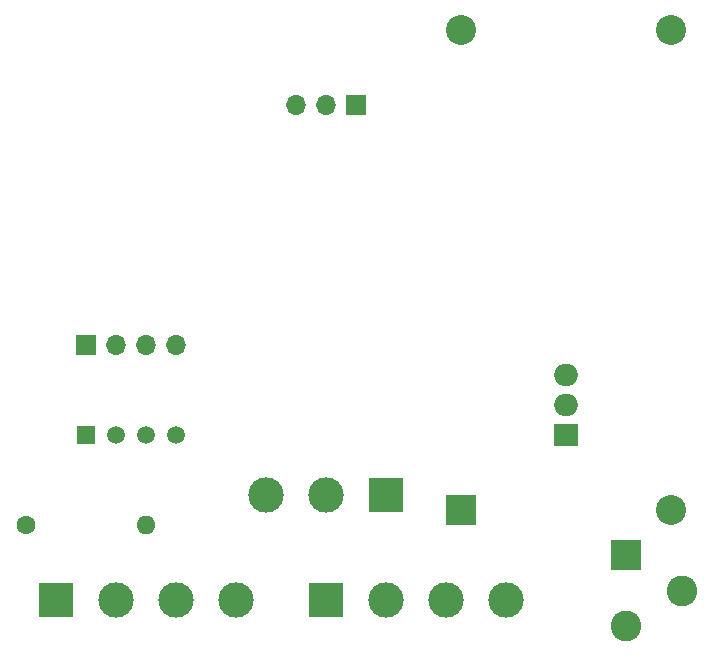
<source format=gbr>
%TF.GenerationSoftware,KiCad,Pcbnew,(6.0.7)*%
%TF.CreationDate,2022-09-24T10:52:59-05:00*%
%TF.ProjectId,adap0,61646170-302e-46b6-9963-61645f706362,rev?*%
%TF.SameCoordinates,Original*%
%TF.FileFunction,Soldermask,Bot*%
%TF.FilePolarity,Negative*%
%FSLAX46Y46*%
G04 Gerber Fmt 4.6, Leading zero omitted, Abs format (unit mm)*
G04 Created by KiCad (PCBNEW (6.0.7)) date 2022-09-24 10:52:59*
%MOMM*%
%LPD*%
G01*
G04 APERTURE LIST*
%ADD10R,3.000000X3.000000*%
%ADD11C,3.000000*%
%ADD12O,1.700000X1.700000*%
%ADD13R,1.700000X1.700000*%
%ADD14C,1.500000*%
%ADD15R,1.500000X1.500000*%
%ADD16O,1.600000X1.600000*%
%ADD17C,1.600000*%
%ADD18R,2.600000X2.600000*%
%ADD19C,2.600000*%
%ADD20R,2.540000X2.540000*%
%ADD21C,2.540000*%
%ADD22R,2.000000X1.905000*%
%ADD23O,2.000000X1.905000*%
G04 APERTURE END LIST*
D10*
%TO.C,J4*%
X157480000Y-100330000D03*
D11*
X162560000Y-100330000D03*
X167640000Y-100330000D03*
X172720000Y-100330000D03*
%TD*%
D12*
%TO.C,J6*%
X144780000Y-78740000D03*
X142240000Y-78740000D03*
X139700000Y-78740000D03*
D13*
X137160000Y-78740000D03*
%TD*%
D10*
%TO.C,J3*%
X162560000Y-91440000D03*
D11*
X157480000Y-91440000D03*
X152400000Y-91440000D03*
%TD*%
D14*
%TO.C,U3*%
X144780000Y-86360000D03*
X142240000Y-86360000D03*
X139700000Y-86360000D03*
D15*
X137160000Y-86360000D03*
%TD*%
D16*
%TO.C,R1*%
X142240000Y-93980000D03*
D17*
X132080000Y-93980000D03*
%TD*%
D18*
%TO.C,J1*%
X182880000Y-96520000D03*
D19*
X182880000Y-102520000D03*
X187580000Y-99520000D03*
%TD*%
D11*
%TO.C,J5*%
X149860000Y-100330000D03*
X144780000Y-100330000D03*
X139700000Y-100330000D03*
D10*
X134620000Y-100330000D03*
%TD*%
D13*
%TO.C,J2*%
X160020000Y-58420000D03*
D12*
X157480000Y-58420000D03*
X154940000Y-58420000D03*
%TD*%
D20*
%TO.C,U1*%
X168910000Y-92710000D03*
D21*
X186690000Y-92710000D03*
X186690000Y-52070000D03*
X168910000Y-52070000D03*
%TD*%
D22*
%TO.C,U2*%
X177800000Y-86360000D03*
D23*
X177800000Y-83820000D03*
X177800000Y-81280000D03*
%TD*%
M02*

</source>
